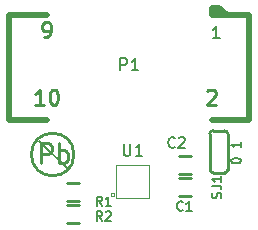
<source format=gbr>
G04 #@! TF.GenerationSoftware,KiCad,Pcbnew,5.1.5+dfsg1-2build2*
G04 #@! TF.CreationDate,2021-02-10T08:24:25+02:00*
G04 #@! TF.ProjectId,MOD-BME280_RevB,4d4f442d-424d-4453-9238-305f52657642,rev?*
G04 #@! TF.SameCoordinates,Original*
G04 #@! TF.FileFunction,Legend,Top*
G04 #@! TF.FilePolarity,Positive*
%FSLAX46Y46*%
G04 Gerber Fmt 4.6, Leading zero omitted, Abs format (unit mm)*
G04 Created by KiCad (PCBNEW 5.1.5+dfsg1-2build2) date 2021-02-10 08:24:25*
%MOMM*%
%LPD*%
G04 APERTURE LIST*
%ADD10C,0.150000*%
%ADD11C,0.508000*%
%ADD12C,0.100000*%
%ADD13C,0.254000*%
%ADD14C,0.200000*%
G04 APERTURE END LIST*
D10*
X114052404Y-80543309D02*
X114052404Y-80467119D01*
X114090500Y-80390928D01*
X114128595Y-80352833D01*
X114204785Y-80314738D01*
X114357166Y-80276642D01*
X114547642Y-80276642D01*
X114700023Y-80314738D01*
X114776214Y-80352833D01*
X114814309Y-80390928D01*
X114852404Y-80467119D01*
X114852404Y-80543309D01*
X114814309Y-80619500D01*
X114776214Y-80657595D01*
X114700023Y-80695690D01*
X114547642Y-80733785D01*
X114357166Y-80733785D01*
X114204785Y-80695690D01*
X114128595Y-80657595D01*
X114090500Y-80619500D01*
X114052404Y-80543309D01*
X114852404Y-78905214D02*
X114852404Y-79362357D01*
X114852404Y-79133785D02*
X114052404Y-79133785D01*
X114166690Y-79209976D01*
X114242880Y-79286166D01*
X114280976Y-79362357D01*
D11*
X113030000Y-67563222D02*
X113665000Y-68198222D01*
X112712500Y-67563222D02*
X112712500Y-68198222D01*
X112395000Y-67563222D02*
X112395000Y-68198222D01*
X113030000Y-67563222D02*
X113030000Y-68198222D01*
X113030000Y-67563222D02*
X112395000Y-67563222D01*
X95250000Y-68198222D02*
X98425000Y-68198222D01*
X115570000Y-68198222D02*
X112395000Y-68198222D01*
X112395000Y-77088222D02*
X115570000Y-77088222D01*
X95250000Y-77088222D02*
X98425000Y-77088222D01*
X95250000Y-68198222D02*
X95250000Y-77088222D01*
X115570000Y-68198222D02*
X115570000Y-77088222D01*
D12*
X104140000Y-83515200D02*
X104140000Y-83261200D01*
X104140000Y-83261200D02*
X103886000Y-83261200D01*
X103886000Y-83261200D02*
X103886000Y-83515200D01*
X103886000Y-83515200D02*
X104140000Y-83515200D01*
X107061000Y-83642200D02*
X104267000Y-83642200D01*
X104267000Y-83642200D02*
X104267000Y-80848200D01*
X104267000Y-80848200D02*
X107061000Y-80848200D01*
X107061000Y-80848200D02*
X107061000Y-83642200D01*
D13*
X100735237Y-79974440D02*
G75*
G03X100735237Y-79974440I-1802237J0D01*
G01*
D14*
X97772220Y-78811120D02*
X100205540Y-81231740D01*
D13*
X109588300Y-83477100D02*
X110604300Y-83477100D01*
X109588300Y-81953100D02*
X110604300Y-81953100D01*
X100164900Y-85775800D02*
X101180900Y-85775800D01*
X100164900Y-84251800D02*
X101180900Y-84251800D01*
X100177600Y-82410300D02*
X101193600Y-82410300D01*
X100177600Y-83934300D02*
X101193600Y-83934300D01*
X109588300Y-81661000D02*
X110604300Y-81661000D01*
X109588300Y-80137000D02*
X110604300Y-80137000D01*
X112242600Y-81267300D02*
X112242600Y-78219300D01*
X112496600Y-81521300D02*
X113512600Y-81521300D01*
X112496600Y-77965300D02*
X113512600Y-77965300D01*
X113766600Y-78219300D02*
X113766600Y-81267300D01*
X113512600Y-81521300D02*
G75*
G03X113766600Y-81267300I0J254000D01*
G01*
X113766600Y-78219300D02*
G75*
G03X113512600Y-77965300I-254000J0D01*
G01*
X112496600Y-77965300D02*
G75*
G03X112242600Y-78219300I0J-254000D01*
G01*
X112242600Y-81267300D02*
G75*
G03X112496600Y-81521300I254000J0D01*
G01*
D10*
X104671904Y-72842380D02*
X104671904Y-71842380D01*
X105052857Y-71842380D01*
X105148095Y-71890000D01*
X105195714Y-71937619D01*
X105243333Y-72032857D01*
X105243333Y-72175714D01*
X105195714Y-72270952D01*
X105148095Y-72318571D01*
X105052857Y-72366190D01*
X104671904Y-72366190D01*
X106195714Y-72842380D02*
X105624285Y-72842380D01*
X105910000Y-72842380D02*
X105910000Y-71842380D01*
X105814761Y-71985238D01*
X105719523Y-72080476D01*
X105624285Y-72128095D01*
D13*
X98183095Y-75757745D02*
X97457380Y-75757745D01*
X97820238Y-75757745D02*
X97820238Y-74487745D01*
X97699285Y-74669174D01*
X97578333Y-74790126D01*
X97457380Y-74850602D01*
X98969285Y-74487745D02*
X99090238Y-74487745D01*
X99211190Y-74548222D01*
X99271666Y-74608698D01*
X99332142Y-74729650D01*
X99392619Y-74971555D01*
X99392619Y-75273936D01*
X99332142Y-75515841D01*
X99271666Y-75636793D01*
X99211190Y-75697269D01*
X99090238Y-75757745D01*
X98969285Y-75757745D01*
X98848333Y-75697269D01*
X98787857Y-75636793D01*
X98727380Y-75515841D01*
X98666904Y-75273936D01*
X98666904Y-74971555D01*
X98727380Y-74729650D01*
X98787857Y-74608698D01*
X98848333Y-74548222D01*
X98969285Y-74487745D01*
X98183095Y-70042745D02*
X98425000Y-70042745D01*
X98545952Y-69982269D01*
X98606428Y-69921793D01*
X98727380Y-69740364D01*
X98787857Y-69498460D01*
X98787857Y-69014650D01*
X98727380Y-68893698D01*
X98666904Y-68833222D01*
X98545952Y-68772745D01*
X98304047Y-68772745D01*
X98183095Y-68833222D01*
X98122619Y-68893698D01*
X98062142Y-69014650D01*
X98062142Y-69317031D01*
X98122619Y-69437983D01*
X98183095Y-69498460D01*
X98304047Y-69558936D01*
X98545952Y-69558936D01*
X98666904Y-69498460D01*
X98727380Y-69437983D01*
X98787857Y-69317031D01*
X112032142Y-74608698D02*
X112092619Y-74548222D01*
X112213571Y-74487745D01*
X112515952Y-74487745D01*
X112636904Y-74548222D01*
X112697380Y-74608698D01*
X112757857Y-74729650D01*
X112757857Y-74850602D01*
X112697380Y-75032031D01*
X111971666Y-75757745D01*
X112757857Y-75757745D01*
D10*
X113061714Y-70111102D02*
X112490285Y-70111102D01*
X112776000Y-70111102D02*
X112776000Y-69111102D01*
X112680761Y-69253960D01*
X112585523Y-69349198D01*
X112490285Y-69396817D01*
X104949195Y-79086580D02*
X104949195Y-79896104D01*
X104996814Y-79991342D01*
X105044433Y-80038961D01*
X105139671Y-80086580D01*
X105330147Y-80086580D01*
X105425385Y-80038961D01*
X105473004Y-79991342D01*
X105520623Y-79896104D01*
X105520623Y-79086580D01*
X106520623Y-80086580D02*
X105949195Y-80086580D01*
X106234909Y-80086580D02*
X106234909Y-79086580D01*
X106139671Y-79229438D01*
X106044433Y-79324676D01*
X105949195Y-79372295D01*
D13*
X97978411Y-80723167D02*
X97978411Y-79023167D01*
X98549840Y-79023167D01*
X98692697Y-79104120D01*
X98764125Y-79185072D01*
X98835554Y-79346977D01*
X98835554Y-79589834D01*
X98764125Y-79751739D01*
X98692697Y-79832691D01*
X98549840Y-79913643D01*
X97978411Y-79913643D01*
X99478411Y-80723167D02*
X99478411Y-79023167D01*
X99478411Y-79670786D02*
X99621268Y-79589834D01*
X99906982Y-79589834D01*
X100049840Y-79670786D01*
X100121268Y-79751739D01*
X100192697Y-79913643D01*
X100192697Y-80399358D01*
X100121268Y-80561262D01*
X100049840Y-80642215D01*
X99906982Y-80723167D01*
X99621268Y-80723167D01*
X99478411Y-80642215D01*
D10*
D14*
X109937566Y-84651814D02*
X109899471Y-84689909D01*
X109785185Y-84728004D01*
X109708995Y-84728004D01*
X109594709Y-84689909D01*
X109518519Y-84613719D01*
X109480423Y-84537528D01*
X109442328Y-84385147D01*
X109442328Y-84270861D01*
X109480423Y-84118480D01*
X109518519Y-84042290D01*
X109594709Y-83966100D01*
X109708995Y-83928004D01*
X109785185Y-83928004D01*
X109899471Y-83966100D01*
X109937566Y-84004195D01*
X110699471Y-84728004D02*
X110242328Y-84728004D01*
X110470900Y-84728004D02*
X110470900Y-83928004D01*
X110394709Y-84042290D01*
X110318519Y-84118480D01*
X110242328Y-84156576D01*
X103104966Y-84334304D02*
X102838300Y-83953352D01*
X102647823Y-84334304D02*
X102647823Y-83534304D01*
X102952585Y-83534304D01*
X103028776Y-83572400D01*
X103066871Y-83610495D01*
X103104966Y-83686685D01*
X103104966Y-83800971D01*
X103066871Y-83877161D01*
X103028776Y-83915257D01*
X102952585Y-83953352D01*
X102647823Y-83953352D01*
X103866871Y-84334304D02*
X103409728Y-84334304D01*
X103638300Y-84334304D02*
X103638300Y-83534304D01*
X103562109Y-83648590D01*
X103485919Y-83724780D01*
X103409728Y-83762876D01*
X103130366Y-85566204D02*
X102863700Y-85185252D01*
X102673223Y-85566204D02*
X102673223Y-84766204D01*
X102977985Y-84766204D01*
X103054176Y-84804300D01*
X103092271Y-84842395D01*
X103130366Y-84918585D01*
X103130366Y-85032871D01*
X103092271Y-85109061D01*
X103054176Y-85147157D01*
X102977985Y-85185252D01*
X102673223Y-85185252D01*
X103435128Y-84842395D02*
X103473223Y-84804300D01*
X103549414Y-84766204D01*
X103739890Y-84766204D01*
X103816080Y-84804300D01*
X103854176Y-84842395D01*
X103892271Y-84918585D01*
X103892271Y-84994776D01*
X103854176Y-85109061D01*
X103397033Y-85566204D01*
X103892271Y-85566204D01*
D10*
X109260500Y-79328128D02*
X109217642Y-79370985D01*
X109089071Y-79413842D01*
X109003357Y-79413842D01*
X108874785Y-79370985D01*
X108789071Y-79285271D01*
X108746214Y-79199557D01*
X108703357Y-79028128D01*
X108703357Y-78899557D01*
X108746214Y-78728128D01*
X108789071Y-78642414D01*
X108874785Y-78556700D01*
X109003357Y-78513842D01*
X109089071Y-78513842D01*
X109217642Y-78556700D01*
X109260500Y-78599557D01*
X109603357Y-78599557D02*
X109646214Y-78556700D01*
X109731928Y-78513842D01*
X109946214Y-78513842D01*
X110031928Y-78556700D01*
X110074785Y-78599557D01*
X110117642Y-78685271D01*
X110117642Y-78770985D01*
X110074785Y-78899557D01*
X109560500Y-79413842D01*
X110117642Y-79413842D01*
X113188709Y-83654785D02*
X113226804Y-83540500D01*
X113226804Y-83350023D01*
X113188709Y-83273833D01*
X113150614Y-83235738D01*
X113074423Y-83197642D01*
X112998233Y-83197642D01*
X112922042Y-83235738D01*
X112883947Y-83273833D01*
X112845852Y-83350023D01*
X112807757Y-83502404D01*
X112769661Y-83578595D01*
X112731566Y-83616690D01*
X112655376Y-83654785D01*
X112579185Y-83654785D01*
X112502995Y-83616690D01*
X112464900Y-83578595D01*
X112426804Y-83502404D01*
X112426804Y-83311928D01*
X112464900Y-83197642D01*
X112426804Y-82626214D02*
X112998233Y-82626214D01*
X113112519Y-82664309D01*
X113188709Y-82740500D01*
X113226804Y-82854785D01*
X113226804Y-82930976D01*
X113226804Y-81826214D02*
X113226804Y-82283357D01*
X113226804Y-82054785D02*
X112426804Y-82054785D01*
X112541090Y-82130976D01*
X112617280Y-82207166D01*
X112655376Y-82283357D01*
M02*

</source>
